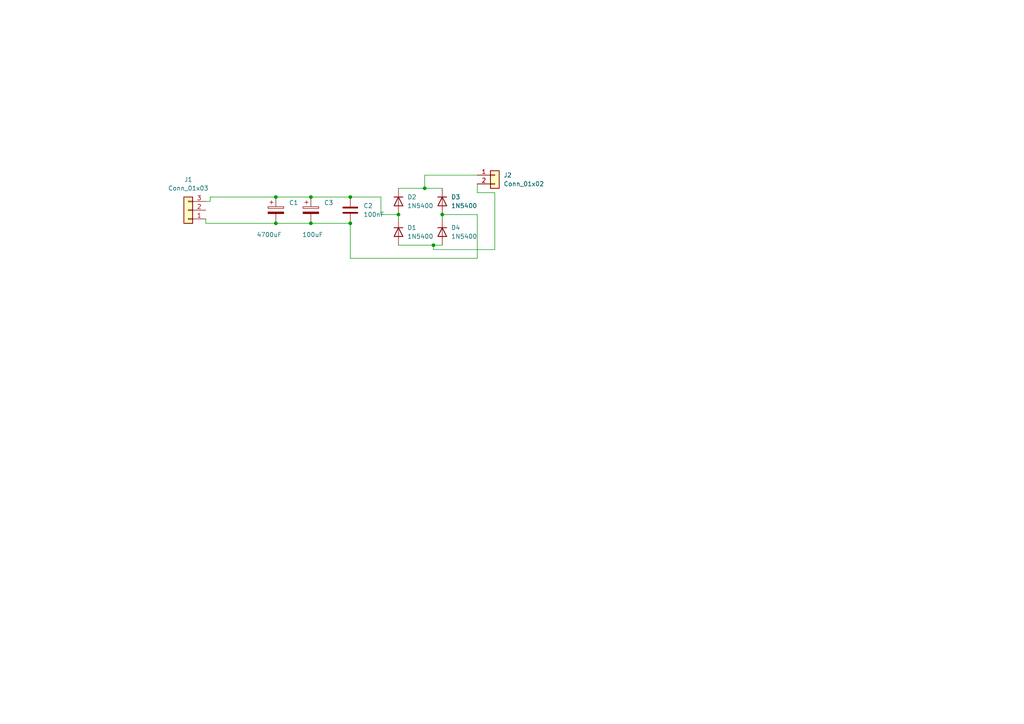
<source format=kicad_sch>
(kicad_sch (version 20231120) (generator "eeschema") (generator_version "8.0")
  (paper "A4")
  (lib_symbols
    (symbol "Connector_Generic:Conn_01x02" (pin_names (offset 1.016) hide)
      (property "Reference" "J" (at 0 2.54 0))
      (property "Value" "Conn_01x02" (at 0 -5.08 0))
      (symbol "Conn_01x02_1_1"
        (rectangle (start -1.27 -2.413) (end 0 -2.667) (stroke (width 0.1524)))
        (rectangle (start -1.27 0.127) (end 0 -0.127) (stroke (width 0.1524)))
        (rectangle (start -1.27 1.27) (end 1.27 -3.81) (stroke (width 0.254)) (fill (type background)))
        (pin passive line (at -5.08 0 0) (length 3.81) (name "Pin_1") (number "1"))
        (pin passive line (at -5.08 -2.54 0) (length 3.81) (name "Pin_2") (number "2"))
      )
    )
    (symbol "Connector_Generic:Conn_01x03" (pin_names (offset 1.016) hide)
      (property "Reference" "J" (at 0 5.08 0))
      (property "Value" "Conn_01x03" (at 0 -5.08 0))
      (symbol "Conn_01x03_1_1"
        (rectangle (start -1.27 -2.413) (end 0 -2.667) (stroke (width 0.1524)))
        (rectangle (start -1.27 0.127) (end 0 -0.127) (stroke (width 0.1524)))
        (rectangle (start -1.27 2.667) (end 0 2.413) (stroke (width 0.1524)))
        (rectangle (start -1.27 3.81) (end 1.27 -3.81) (stroke (width 0.254)) (fill (type background)))
        (pin passive line (at -5.08 2.54 0) (length 3.81) (name "Pin_1") (number "1"))
        (pin passive line (at -5.08 0 0) (length 3.81) (name "Pin_2") (number "2"))
        (pin passive line (at -5.08 -2.54 0) (length 3.81) (name "Pin_3") (number "3"))
      )
    )
    (symbol "Device:C" (pin_numbers hide) (pin_names (offset 0.254))
      (property "Reference" "C" (at 0.635 2.54 0))
      (property "Value" "C" (at 0.635 -2.54 0))
      (symbol "C_0_1"
        (polyline (pts (xy -2.032 -0.762) (xy 2.032 -0.762)) (stroke (width 0.508)))
        (polyline (pts (xy -2.032 0.762) (xy 2.032 0.762)) (stroke (width 0.508)))
      )
      (symbol "C_1_1"
        (pin passive line (at 0 3.81 270) (length 2.794) (name "~") (number "1"))
        (pin passive line (at 0 -3.81 90) (length 2.794) (name "~") (number "2"))
      )
    )
    (symbol "Device:C_Polarized" (pin_numbers hide) (pin_names (offset 0.254))
      (property "Reference" "C" (at 0.635 2.54 0))
      (property "Value" "C_Polarized" (at 0.635 -2.54 0))
      (symbol "C_Polarized_0_1"
        (rectangle (start -2.286 0.508) (end 2.286 1.016))
        (polyline (pts (xy -1.778 2.286) (xy -0.762 2.286)))
        (polyline (pts (xy -1.27 2.794) (xy -1.27 1.778)))
        (rectangle (start 2.286 -0.508) (end -2.286 -1.016) (fill (type outline)))
      )
      (symbol "C_Polarized_1_1"
        (pin passive line (at 0 3.81 270) (length 2.794) (name "~") (number "1"))
        (pin passive line (at 0 -3.81 90) (length 2.794) (name "~") (number "2"))
      )
    )
    (symbol "Diode:1N5400" (pin_numbers hide) (pin_names hide)
      (property "Reference" "D" (at 0 2.54 0))
      (property "Value" "1N5400" (at 0 -2.54 0))
      (symbol "1N5400_0_1"
        (polyline (pts (xy -1.27 1.27) (xy -1.27 -1.27)) (stroke (width 0.254)))
        (polyline (pts (xy 1.27 0) (xy -1.27 0)))
        (polyline (pts (xy 1.27 1.27) (xy 1.27 -1.27) (xy -1.27 0) (xy 1.27 1.27)) (stroke (width 0.254)))
      )
      (symbol "1N5400_1_1"
        (pin passive line (at -3.81 0 0) (length 2.54) (name "K") (number "1"))
        (pin passive line (at 3.81 0 180) (length 2.54) (name "A") (number "2"))
      )
    )
  )
  (junction (at 115.57 62.23))
  (junction (at 101.6 57.15))
  (junction (at 80.01 57.15))
  (junction (at 90.17 57.15))
  (junction (at 123.19 54.61))
  (junction (at 80.01 64.77))
  (junction (at 90.17 64.77))
  (junction (at 128.27 62.23))
  (junction (at 125.73 71.12))
  (junction (at 101.6 64.77))
  (wire (pts (xy 59.69 64.77) (xy 80.01 64.77)))
  (wire (pts (xy 115.57 62.23) (xy 115.57 63.5)))
  (wire (pts (xy 101.6 64.77) (xy 101.6 74.93)))
  (wire (pts (xy 80.01 64.77) (xy 90.17 64.77)))
  (wire (pts (xy 90.17 57.15) (xy 101.6 57.15)))
  (wire (pts (xy 138.43 55.88) (xy 143.51 55.88)))
  (wire (pts (xy 125.73 71.12) (xy 128.27 71.12)))
  (wire (pts (xy 128.27 62.23) (xy 128.27 63.5)))
  (wire (pts (xy 110.49 62.23) (xy 115.57 62.23)))
  (wire (pts (xy 143.51 72.39) (xy 125.73 72.39)))
  (wire (pts (xy 59.69 63.5) (xy 59.69 64.77)))
  (wire (pts (xy 123.19 50.8) (xy 138.43 50.8)))
  (wire (pts (xy 90.17 64.77) (xy 101.6 64.77)))
  (wire (pts (xy 138.43 53.34) (xy 138.43 55.88)))
  (wire (pts (xy 110.49 57.15) (xy 110.49 62.23)))
  (wire (pts (xy 60.96 57.15) (xy 80.01 57.15)))
  (wire (pts (xy 101.6 57.15) (xy 110.49 57.15)))
  (wire (pts (xy 123.19 50.8) (xy 123.19 54.61)))
  (wire (pts (xy 80.01 57.15) (xy 90.17 57.15)))
  (wire (pts (xy 101.6 74.93) (xy 138.43 74.93)))
  (wire (pts (xy 115.57 71.12) (xy 125.73 71.12)))
  (wire (pts (xy 143.51 55.88) (xy 143.51 72.39)))
  (wire (pts (xy 59.69 58.42) (xy 60.96 58.42)))
  (wire (pts (xy 123.19 54.61) (xy 128.27 54.61)))
  (wire (pts (xy 138.43 62.23) (xy 128.27 62.23)))
  (wire (pts (xy 125.73 72.39) (xy 125.73 71.12)))
  (wire (pts (xy 115.57 54.61) (xy 123.19 54.61)))
  (wire (pts (xy 138.43 74.93) (xy 138.43 62.23)))
  (wire (pts (xy 60.96 58.42) (xy 60.96 57.15)))
  (symbol (lib_id "Diode:1N5400") (at 128.27 58.42 270) (unit 1)
    (property "Reference" "D3" (at 130.81 57.1499 90) (effects (justify left)))
    (property "Value" "1N5400" (at 130.81 59.6899 90) (effects (justify left)))
    (property "Footprint" "Diode_THT:D_DO-201AD_P15.24mm_Horizontal" (effects (hide yes)))
    (property "Datasheet" "http://www.vishay.com/docs/88516/1n5400.pdf" (effects (hide yes)))
    (property "Description" "50V 3A General Purpose Rectifier Diode, DO-201AD" (effects (hide yes)))
    (property "Sim.Device" "D" (effects (hide yes)))
    (property "Sim.Pins" "1=K 2=A" (effects (hide yes)))
  )
  (symbol (lib_id "Diode:1N5400") (at 115.57 58.42 270) (unit 1)
    (property "Reference" "D2" (at 118.11 57.1499 90) (effects (justify left)))
    (property "Value" "1N5400" (at 118.11 59.6899 90) (effects (justify left)))
    (property "Footprint" "Diode_THT:D_DO-201AD_P15.24mm_Horizontal" (effects (hide yes)))
    (property "Datasheet" "http://www.vishay.com/docs/88516/1n5400.pdf" (effects (hide yes)))
    (property "Description" "50V 3A General Purpose Rectifier Diode, DO-201AD" (effects (hide yes)))
    (property "Sim.Device" "D" (effects (hide yes)))
    (property "Sim.Pins" "1=K 2=A" (effects (hide yes)))
  )
  (symbol (lib_id "Diode:1N5400") (at 115.57 67.31 270) (unit 1)
    (property "Reference" "D1" (at 118.11 66.0399 90) (effects (justify left)))
    (property "Value" "1N5400" (at 118.11 68.5799 90) (effects (justify left)))
    (property "Footprint" "Diode_THT:D_DO-201AD_P15.24mm_Horizontal" (effects (hide yes)))
    (property "Datasheet" "http://www.vishay.com/docs/88516/1n5400.pdf" (effects (hide yes)))
    (property "Description" "50V 3A General Purpose Rectifier Diode, DO-201AD" (effects (hide yes)))
    (property "Sim.Device" "D" (effects (hide yes)))
    (property "Sim.Pins" "1=K 2=A" (effects (hide yes)))
  )
  (symbol (lib_id "Device:C_Polarized") (at 90.17 60.96 0) (unit 1)
    (property "Reference" "C3" (at 93.98 58.8009 0) (effects (justify left)))
    (property "Value" "100uF" (at 87.63 68.072 0) (effects (justify left)))
    (property "Description" "Polarized capacitor" (effects (hide yes)))
  )
  (symbol (lib_id "Device:C_Polarized") (at 80.01 60.96 0) (unit 1)
    (property "Reference" "C1" (at 83.82 58.8009 0) (effects (justify left)))
    (property "Value" "4700uF" (at 74.422 68.072 0) (effects (justify left)))
    (property "Description" "Polarized capacitor" (effects (hide yes)))
  )
  (symbol (lib_id "Connector_Generic:Conn_01x03") (at 54.61 60.96 180) (unit 1)
    (property "Reference" "J1" (at 54.61 52.07 0))
    (property "Value" "Conn_01x03" (at 54.61 54.61 0))
    (property "Description" "Generic connector, single row, 01x03, script generated (kicad-library-utils/schlib/autogen/connector/)" (effects (hide yes)))
  )
  (symbol (lib_id "Diode:1N5400") (at 128.27 67.31 270) (unit 1)
    (property "Reference" "D4" (at 130.81 66.0399 90) (effects (justify left)))
    (property "Value" "1N5400" (at 130.81 68.5799 90) (effects (justify left)))
    (property "Footprint" "Diode_THT:D_DO-201AD_P15.24mm_Horizontal" (effects (hide yes)))
    (property "Datasheet" "http://www.vishay.com/docs/88516/1n5400.pdf" (effects (hide yes)))
    (property "Description" "50V 3A General Purpose Rectifier Diode, DO-201AD" (effects (hide yes)))
    (property "Sim.Device" "D" (effects (hide yes)))
    (property "Sim.Pins" "1=K 2=A" (effects (hide yes)))
  )
  (symbol (lib_id "Connector_Generic:Conn_01x02") (at 143.51 50.8 0) (unit 1)
    (property "Reference" "J2" (at 146.05 50.7999 0) (effects (justify left)))
    (property "Value" "Conn_01x02" (at 146.05 53.3399 0) (effects (justify left)))
    (property "Description" "Generic connector, single row, 01x02, script generated (kicad-library-utils/schlib/autogen/connector/)" (effects (hide yes)))
  )
  (symbol (lib_id "Device:C") (at 101.6 60.96 0) (unit 1)
    (property "Reference" "C2" (at 105.41 59.6899 0) (effects (justify left)))
    (property "Value" "100nF" (at 105.41 62.2299 0) (effects (justify left)))
    (property "Description" "Unpolarized capacitor" (effects (hide yes)))
  )
)
</source>
